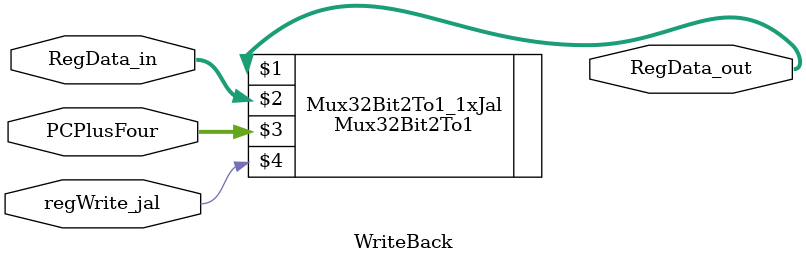
<source format=v>
`timescale 1ns / 1ps


module WriteBack(RegData_in, PCPlusFour, regWrite_jal, RegData_out);
    input [31:0] RegData_in, PCPlusFour;
    input regWrite_jal;
    output [31:0] RegData_out;
    
    Mux32Bit2To1 Mux32Bit2To1_1xJal(RegData_out, RegData_in, PCPlusFour, regWrite_jal);


endmodule

</source>
